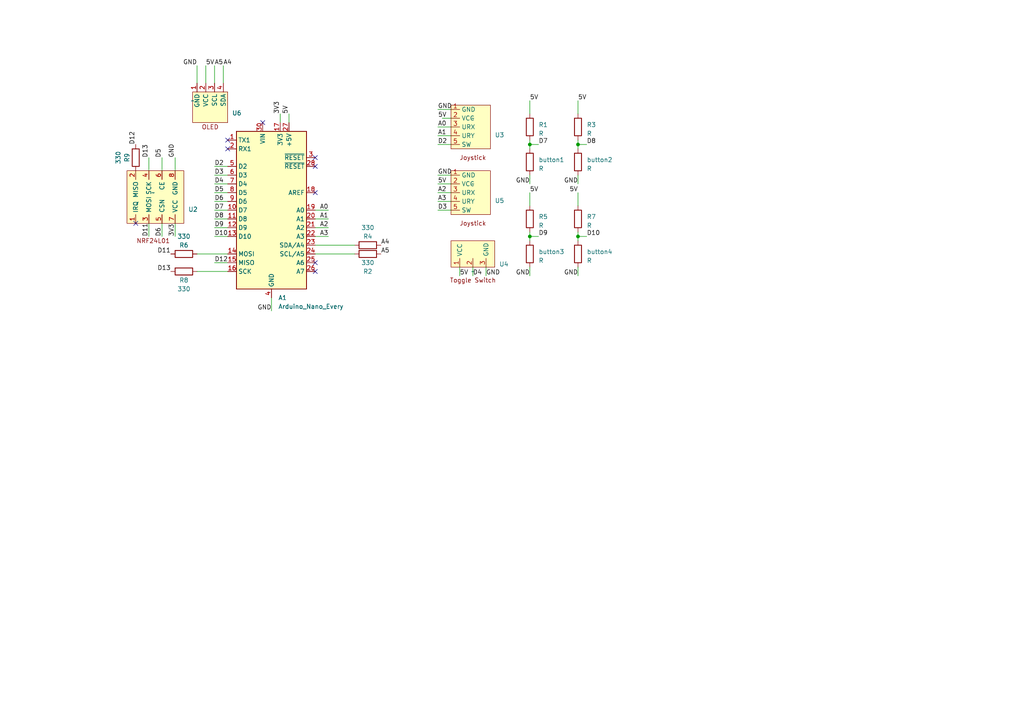
<source format=kicad_sch>
(kicad_sch (version 20230121) (generator eeschema)
  (paper "A4")
  (lib_symbols
    (symbol "Device:R" (pin_numbers hide) (pin_names (offset 0))
      (property "Reference" "R" (at 2.032 0 90))
      (property "Value" "R" (at 0 0 90))
      (symbol "R_0_1"
        (rectangle (start -1.016 -2.54) (end 1.016 2.54) (stroke (width 0.254)))
      )
      (symbol "R_1_1"
        (pin passive line (at 0 3.81 270) (length 1.27) (name "~") (number "1"))
        (pin passive line (at 0 -3.81 90) (length 1.27) (name "~") (number "2"))
      )
    )
    (symbol "Joystick:Joystick"
      (property "Reference" "U" (at -6.35 -10.16 0))
      (symbol "Joystick_1_1"
        (rectangle (start -6.35 3.81) (end 5.08 -8.89) (fill (type background)))
        (text "Joystick" (at 0 -11.43 0) (effects (font (size 1.27 1.27))))
        (pin power_in line (at -6.35 2.54 0) (length 2.54) (name "GND") (number "1"))
        (pin power_in line (at -6.35 0 0) (length 2.54) (name "VCC") (number "2"))
        (pin bidirectional line (at -6.35 -2.54 0) (length 2.54) (name "URX") (number "3"))
        (pin bidirectional line (at -6.35 -5.08 0) (length 2.54) (name "URY") (number "4"))
        (pin bidirectional line (at -6.35 -7.62 0) (length 2.54) (name "SW") (number "5"))
      )
    )
    (symbol "MCU_Module:Arduino_Nano_Every"
      (property "Reference" "A" (at -10.16 23.495 0))
      (property "Value" "Arduino_Nano_Every" (at 5.08 -24.13 0))
      (symbol "Arduino_Nano_Every_0_1"
        (rectangle (start -10.16 22.86) (end 10.16 -22.86) (stroke (width 0.254)) (fill (type background)))
      )
      (symbol "Arduino_Nano_Every_1_1"
        (pin bidirectional line (at -12.7 20.32 0) (length 2.54) (name "TX1") (number "1"))
        (pin bidirectional line (at -12.7 0 0) (length 2.54) (name "D7") (number "10"))
        (pin bidirectional line (at -12.7 -2.54 0) (length 2.54) (name "D8") (number "11"))
        (pin bidirectional line (at -12.7 -5.08 0) (length 2.54) (name "D9") (number "12"))
        (pin bidirectional line (at -12.7 -7.62 0) (length 2.54) (name "D10") (number "13"))
        (pin bidirectional line (at -12.7 -12.7 0) (length 2.54) (name "MOSI") (number "14"))
        (pin bidirectional line (at -12.7 -15.24 0) (length 2.54) (name "MISO") (number "15"))
        (pin bidirectional line (at -12.7 -17.78 0) (length 2.54) (name "SCK") (number "16"))
        (pin power_out line (at 2.54 25.4 270) (length 2.54) (name "3V3") (number "17"))
        (pin input line (at 12.7 5.08 180) (length 2.54) (name "AREF") (number "18"))
        (pin bidirectional line (at 12.7 0 180) (length 2.54) (name "A0") (number "19"))
        (pin bidirectional line (at -12.7 17.78 0) (length 2.54) (name "RX1") (number "2"))
        (pin bidirectional line (at 12.7 -2.54 180) (length 2.54) (name "A1") (number "20"))
        (pin bidirectional line (at 12.7 -5.08 180) (length 2.54) (name "A2") (number "21"))
        (pin bidirectional line (at 12.7 -7.62 180) (length 2.54) (name "A3") (number "22"))
        (pin bidirectional line (at 12.7 -10.16 180) (length 2.54) (name "SDA/A4") (number "23"))
        (pin bidirectional line (at 12.7 -12.7 180) (length 2.54) (name "SCL/A5") (number "24"))
        (pin bidirectional line (at 12.7 -15.24 180) (length 2.54) (name "A6") (number "25"))
        (pin bidirectional line (at 12.7 -17.78 180) (length 2.54) (name "A7") (number "26"))
        (pin power_out line (at 5.08 25.4 270) (length 2.54) (name "+5V") (number "27"))
        (pin input line (at 12.7 12.7 180) (length 2.54) (name "~{RESET}") (number "28"))
        (pin passive line (at 0 -25.4 90) (length 2.54) hide (name "GND") (number "29"))
        (pin input line (at 12.7 15.24 180) (length 2.54) (name "~{RESET}") (number "3"))
        (pin power_in line (at -2.54 25.4 270) (length 2.54) (name "VIN") (number "30"))
        (pin power_in line (at 0 -25.4 90) (length 2.54) (name "GND") (number "4"))
        (pin bidirectional line (at -12.7 12.7 0) (length 2.54) (name "D2") (number "5"))
        (pin bidirectional line (at -12.7 10.16 0) (length 2.54) (name "D3") (number "6"))
        (pin bidirectional line (at -12.7 7.62 0) (length 2.54) (name "D4") (number "7"))
        (pin bidirectional line (at -12.7 5.08 0) (length 2.54) (name "D5") (number "8"))
        (pin bidirectional line (at -12.7 2.54 0) (length 2.54) (name "D6") (number "9"))
      )
    )
    (symbol "Toggle Switch:Toggle_Switch"
      (property "Reference" "U" (at -6.35 0 0))
      (symbol "Toggle_Switch_1_1"
        (rectangle (start -6.35 8.89) (end 6.35 1.27) (fill (type background)))
        (text "Toggle Switch" (at 0 -2.54 0) (effects (font (size 1.27 1.27))))
        (pin bidirectional line (at -3.81 1.27 90) (length 2.54) (name "VCC") (number "1"))
        (pin bidirectional line (at 0 1.27 90) (length 2.54) (name "") (number "2"))
        (pin power_in line (at 3.81 1.27 90) (length 2.54) (name "GND") (number "3"))
      )
    )
    (symbol "nrf24l01:nrf24l01"
      (property "Reference" "U" (at -7.62 -10.16 0))
      (symbol "nrf24l01_1_1"
        (rectangle (start -7.62 6.35) (end 8.89 -8.89) (fill (type background)))
        (text "NRF24L01" (at 0 -13.97 0) (effects (font (size 1.27 1.27))))
        (pin bidirectional line (at -5.08 -8.89 90) (length 2.54) (name "IRQ") (number "1"))
        (pin bidirectional line (at -5.08 6.35 270) (length 2.54) (name "MISO") (number "2"))
        (pin bidirectional line (at -1.27 -8.89 90) (length 2.54) (name "MOSI") (number "3"))
        (pin bidirectional line (at -1.27 6.35 270) (length 2.54) (name "SCK") (number "4"))
        (pin bidirectional line (at 2.54 -8.89 90) (length 2.54) (name "CSN") (number "5"))
        (pin bidirectional line (at 2.54 6.35 270) (length 2.54) (name "CE") (number "6"))
        (pin power_in line (at 6.35 -8.89 90) (length 2.54) (name "VCC") (number "7"))
        (pin power_in line (at 6.35 6.35 270) (length 2.54) (name "GND") (number "8"))
      )
    )
    (symbol "oled_1"
      (property "Reference" "U" (at 0 3.81 0))
      (symbol "oled_1_1_1"
        (rectangle (start 0 2.54) (end 10.16 -6.35) (fill (type background)))
        (text "OLED" (at 5.08 -7.62 0) (effects (font (size 1.27 1.27))))
        (pin power_in line (at 1.27 5.08 270) (length 2.54) (name "GND") (number "1"))
        (pin power_in line (at 3.81 5.08 270) (length 2.54) (name "VCC") (number "2"))
        (pin bidirectional line (at 6.35 5.08 270) (length 2.54) (name "SCL") (number "3"))
        (pin bidirectional line (at 8.89 5.08 270) (length 2.54) (name "SDA") (number "4"))
      )
    )
  )
  (junction (at 167.64 68.58))
  (junction (at 167.64 41.91))
  (junction (at 153.67 41.91))
  (junction (at 153.67 68.58))
  (no_connect (at 91.44 55.88))
  (no_connect (at 91.44 78.74))
  (no_connect (at 91.44 76.2))
  (no_connect (at 91.44 45.72))
  (no_connect (at 91.44 48.26))
  (no_connect (at 66.04 40.64))
  (no_connect (at 39.37 64.77))
  (no_connect (at 66.04 43.18))
  (no_connect (at 76.2 35.56))
  (wire (pts (xy 62.23 68.58) (xy 66.04 68.58)))
  (wire (pts (xy 43.18 64.77) (xy 43.18 68.58)))
  (wire (pts (xy 91.44 63.5) (xy 95.25 63.5)))
  (wire (pts (xy 43.18 45.72) (xy 43.18 49.53)))
  (wire (pts (xy 127 53.34) (xy 130.81 53.34)))
  (wire (pts (xy 57.15 78.74) (xy 66.04 78.74)))
  (wire (pts (xy 153.67 50.8) (xy 153.67 53.34)))
  (wire (pts (xy 153.67 77.47) (xy 153.67 80.01)))
  (wire (pts (xy 167.64 29.21) (xy 167.64 33.02)))
  (wire (pts (xy 167.64 40.64) (xy 167.64 41.91)))
  (wire (pts (xy 167.64 67.31) (xy 167.64 68.58)))
  (wire (pts (xy 167.64 41.91) (xy 167.64 43.18)))
  (wire (pts (xy 167.64 41.91) (xy 170.18 41.91)))
  (wire (pts (xy 167.64 77.47) (xy 167.64 80.01)))
  (wire (pts (xy 127 60.96) (xy 130.81 60.96)))
  (wire (pts (xy 153.67 67.31) (xy 153.67 68.58)))
  (wire (pts (xy 127 58.42) (xy 130.81 58.42)))
  (wire (pts (xy 127 55.88) (xy 130.81 55.88)))
  (wire (pts (xy 128.27 34.29) (xy 130.81 34.29)))
  (wire (pts (xy 57.15 19.05) (xy 57.15 24.13)))
  (wire (pts (xy 62.23 53.34) (xy 66.04 53.34)))
  (wire (pts (xy 91.44 68.58) (xy 95.25 68.58)))
  (wire (pts (xy 127 39.37) (xy 130.81 39.37)))
  (wire (pts (xy 167.64 55.88) (xy 167.64 59.69)))
  (wire (pts (xy 153.67 41.91) (xy 153.67 43.18)))
  (wire (pts (xy 62.23 55.88) (xy 66.04 55.88)))
  (wire (pts (xy 153.67 29.21) (xy 153.67 33.02)))
  (wire (pts (xy 62.23 58.42) (xy 66.04 58.42)))
  (wire (pts (xy 140.97 77.47) (xy 140.97 80.01)))
  (wire (pts (xy 127 41.91) (xy 130.81 41.91)))
  (wire (pts (xy 62.23 63.5) (xy 66.04 63.5)))
  (wire (pts (xy 153.67 68.58) (xy 156.21 68.58)))
  (wire (pts (xy 91.44 73.66) (xy 102.87 73.66)))
  (wire (pts (xy 46.99 45.72) (xy 46.99 49.53)))
  (wire (pts (xy 91.44 66.04) (xy 95.25 66.04)))
  (wire (pts (xy 153.67 41.91) (xy 156.21 41.91)))
  (wire (pts (xy 127 50.8) (xy 130.81 50.8)))
  (wire (pts (xy 57.15 73.66) (xy 66.04 73.66)))
  (wire (pts (xy 81.28 33.02) (xy 81.28 35.56)))
  (wire (pts (xy 91.44 71.12) (xy 102.87 71.12)))
  (wire (pts (xy 91.44 60.96) (xy 95.25 60.96)))
  (wire (pts (xy 153.67 68.58) (xy 153.67 69.85)))
  (wire (pts (xy 50.8 45.72) (xy 50.8 49.53)))
  (wire (pts (xy 167.64 50.8) (xy 167.64 53.34)))
  (wire (pts (xy 83.82 33.02) (xy 83.82 35.56)))
  (wire (pts (xy 62.23 66.04) (xy 66.04 66.04)))
  (wire (pts (xy 64.77 19.05) (xy 64.77 24.13)))
  (wire (pts (xy 167.64 68.58) (xy 170.18 68.58)))
  (wire (pts (xy 137.16 77.47) (xy 137.16 80.01)))
  (wire (pts (xy 62.23 60.96) (xy 66.04 60.96)))
  (wire (pts (xy 62.23 19.05) (xy 62.23 24.13)))
  (wire (pts (xy 127 36.83) (xy 130.81 36.83)))
  (wire (pts (xy 46.99 64.77) (xy 46.99 68.58)))
  (wire (pts (xy 59.69 19.05) (xy 59.69 24.13)))
  (wire (pts (xy 133.35 77.47) (xy 133.35 80.01)))
  (wire (pts (xy 78.74 86.36) (xy 78.74 90.17)))
  (wire (pts (xy 153.67 55.88) (xy 153.67 59.69)))
  (wire (pts (xy 127 31.75) (xy 130.81 31.75)))
  (wire (pts (xy 167.64 68.58) (xy 167.64 69.85)))
  (wire (pts (xy 62.23 50.8) (xy 66.04 50.8)))
  (wire (pts (xy 50.8 64.77) (xy 50.8 68.58)))
  (wire (pts (xy 62.23 48.26) (xy 66.04 48.26)))
  (wire (pts (xy 62.23 76.2) (xy 66.04 76.2)))
  (wire (pts (xy 153.67 40.64) (xy 153.67 41.91)))
  (label "D6" (at 46.99 68.58 90))
  (label "D11" (at 43.18 68.58 90))
  (label "D12" (at 62.23 76.2 0))
  (label "D10" (at 170.18 68.58 0))
  (label "GND" (at 127 50.8 0))
  (label "D2" (at 127 41.91 0))
  (label "GND" (at 167.64 53.34 180))
  (label "D6" (at 62.23 58.42 0))
  (label "D2" (at 62.23 48.26 0))
  (label "D4" (at 62.23 53.34 0))
  (label "D8" (at 170.18 41.91 0))
  (label "5V" (at 167.64 29.21 0))
  (label "D5" (at 46.99 45.72 90))
  (label "GND" (at 127 31.75 0))
  (label "5V" (at 59.69 19.05 0))
  (label "D4" (at 137.16 80.01 0))
  (label "GND" (at 50.8 45.72 90))
  (label "A5" (at 62.23 19.05 0))
  (label "GND" (at 153.67 80.01 180))
  (label "GND" (at 78.74 90.17 180))
  (label "5V" (at 133.35 80.01 0))
  (label "D7" (at 156.21 41.91 0))
  (label "A5" (at 110.49 73.66 0))
  (label "5V" (at 167.64 55.88 180))
  (label "D7" (at 62.23 60.96 0))
  (label "D3" (at 127 60.96 0))
  (label "D13" (at 49.53 78.74 180))
  (label "D11" (at 49.53 73.66 180))
  (label "A1" (at 95.25 63.5 180))
  (label "D9" (at 156.21 68.58 0))
  (label "D9" (at 62.23 66.04 0))
  (label "A3" (at 95.25 68.58 180))
  (label "5V" (at 153.67 29.21 0))
  (label "D5" (at 62.23 55.88 0))
  (label "D3" (at 62.23 50.8 0))
  (label "GND" (at 57.15 19.05 180))
  (label "A2" (at 127 55.88 0))
  (label "5V" (at 129.54 34.29 180))
  (label "A2" (at 95.25 66.04 180))
  (label "D10" (at 62.23 68.58 0))
  (label "A1" (at 127 39.37 0))
  (label "GND" (at 140.97 80.01 0))
  (label "A3" (at 127 58.42 0))
  (label "D13" (at 43.18 45.72 90))
  (label "3V3" (at 81.28 33.02 90))
  (label "GND" (at 153.67 53.34 180))
  (label "5V" (at 127 53.34 0))
  (label "5V" (at 153.67 55.88 0))
  (label "A4" (at 110.49 71.12 0))
  (label "5V" (at 83.82 33.02 90))
  (label "A4" (at 64.77 19.05 0))
  (label "3V3" (at 50.8 68.58 90))
  (label "A0" (at 127 36.83 0))
  (label "A0" (at 95.25 60.96 180))
  (label "D8" (at 62.23 63.5 0))
  (label "GND" (at 167.64 80.01 180))
  (label "D12" (at 39.37 41.91 90))
  (symbol (lib_id "MCU_Module:Arduino_Nano_Every") (at 78.74 60.96 0) (unit 1)
    (property "Reference" "A1" (at 80.6959 86.36 0) (effects (justify left)))
    (property "Value" "Arduino_Nano_Every" (at 80.6959 88.9 0) (effects (justify left)))
    (property "Footprint" "Module:Arduino_Nano" (effects hide))
    (property "Datasheet" "https://content.arduino.cc/assets/NANOEveryV3.0_sch.pdf" (effects hide))
  )
  (symbol (lib_id "Toggle Switch:Toggle_Switch") (at 137.16 78.74 0) (unit 1)
    (property "Reference" "U4" (at 144.78 76.6167 0) (effects (justify left)))
    (property "Value" "~" (at 137.16 78.74 0))
    (property "Footprint" "Connector_PinHeader_2.54mm:PinHeader_1x03_P2.54mm_Vertical" (effects hide))
  )
  (symbol (lib_id "Device:R") (at 153.67 73.66 0) (unit 1)
    (property "Reference" "button3" (at 156.21 73.025 0) (effects (justify left)))
    (property "Value" "R" (at 156.21 75.565 0) (effects (justify left)))
    (property "Footprint" "Button_Switch_THT:SW_CW_GPTS203211B" (effects hide))
  )
  (symbol (lib_id "Joystick:Joystick") (at 137.16 53.34 0) (unit 1)
    (property "Reference" "U5" (at 143.51 58.2017 0) (effects (justify left)))
    (property "Value" "~" (at 137.16 53.34 0))
    (property "Footprint" "Connector_PinHeader_2.54mm:PinHeader_1x05_P2.54mm_Vertical" (effects hide))
  )
  (symbol (lib_id "Device:R") (at 106.68 73.66 270) (unit 1)
    (property "Reference" "R2" (at 106.68 78.74 90))
    (property "Value" "330" (at 106.68 76.2 90))
    (property "Footprint" "Resistor_SMD:R_1206_3216Metric_Pad1.30x1.75mm_HandSolder" (effects hide))
  )
  (symbol (lib_id "Device:R") (at 106.68 71.12 270) (unit 1)
    (property "Reference" "R4" (at 106.68 68.58 90))
    (property "Value" "330" (at 106.68 66.04 90))
    (property "Footprint" "Resistor_SMD:R_1206_3216Metric_Pad1.30x1.75mm_HandSolder" (effects hide))
  )
  (symbol (lib_id "Device:R") (at 153.67 46.99 0) (unit 1)
    (property "Reference" "button1" (at 156.21 46.355 0) (effects (justify left)))
    (property "Value" "R" (at 156.21 48.895 0) (effects (justify left)))
    (property "Footprint" "Button_Switch_THT:SW_CW_GPTS203211B" (effects hide))
  )
  (symbol (lib_id "Joystick:Joystick") (at 137.16 34.29 0) (unit 1)
    (property "Reference" "U3" (at 143.51 39.1517 0) (effects (justify left)))
    (property "Value" "~" (at 137.16 34.29 0))
    (property "Footprint" "Connector_PinHeader_2.54mm:PinHeader_1x05_P2.54mm_Vertical" (effects hide))
  )
  (symbol (lib_id "Device:R") (at 153.67 63.5 0) (unit 1)
    (property "Reference" "R5" (at 156.21 62.865 0) (effects (justify left)))
    (property "Value" "R" (at 156.21 65.405 0) (effects (justify left)))
    (property "Footprint" "Resistor_SMD:R_1206_3216Metric_Pad1.30x1.75mm_HandSolder" (effects hide))
  )
  (symbol (lib_id "Device:R") (at 167.64 63.5 0) (unit 1)
    (property "Reference" "R7" (at 170.18 62.865 0) (effects (justify left)))
    (property "Value" "R" (at 170.18 65.405 0) (effects (justify left)))
    (property "Footprint" "Resistor_SMD:R_1206_3216Metric_Pad1.30x1.75mm_HandSolder" (effects hide))
  )
  (symbol (lib_id "Device:R") (at 167.64 46.99 0) (unit 1)
    (property "Reference" "button2" (at 170.18 46.355 0) (effects (justify left)))
    (property "Value" "R" (at 170.18 48.895 0) (effects (justify left)))
    (property "Footprint" "Button_Switch_THT:SW_CW_GPTS203211B" (effects hide))
  )
  (symbol (lib_id "Device:R") (at 39.37 45.72 0) (unit 1)
    (property "Reference" "R9" (at 36.83 45.72 90))
    (property "Value" "330" (at 34.29 45.72 90))
    (property "Footprint" "Resistor_SMD:R_1206_3216Metric_Pad1.30x1.75mm_HandSolder" (effects hide))
  )
  (symbol (lib_id "Device:R") (at 153.67 36.83 0) (unit 1)
    (property "Reference" "R1" (at 156.21 36.195 0) (effects (justify left)))
    (property "Value" "R" (at 156.21 38.735 0) (effects (justify left)))
    (property "Footprint" "Resistor_SMD:R_1206_3216Metric_Pad1.30x1.75mm_HandSolder" (effects hide))
  )
  (symbol (lib_id "Device:R") (at 53.34 73.66 270) (unit 1)
    (property "Reference" "R6" (at 53.34 71.12 90))
    (property "Value" "330" (at 53.34 68.58 90))
    (property "Footprint" "Resistor_SMD:R_1206_3216Metric_Pad1.30x1.75mm_HandSolder" (effects hide))
  )
  (symbol (lib_id "Device:R") (at 53.34 78.74 90) (unit 1)
    (property "Reference" "R8" (at 53.34 81.28 90))
    (property "Value" "330" (at 53.34 83.82 90))
    (property "Footprint" "Resistor_SMD:R_1206_3216Metric_Pad1.30x1.75mm_HandSolder" (effects hide))
  )
  (symbol (lib_name "oled_1") (lib_id "oled:oled") (at 55.88 29.21 0) (unit 1)
    (property "Reference" "U6" (at 67.31 32.8017 0) (effects (justify left)))
    (property "Value" "~" (at 55.88 29.21 0))
    (property "Footprint" "Connector_PinHeader_2.54mm:PinHeader_1x04_P2.54mm_Vertical" (effects hide))
  )
  (symbol (lib_id "Device:R") (at 167.64 73.66 0) (unit 1)
    (property "Reference" "button4" (at 170.18 73.025 0) (effects (justify left)))
    (property "Value" "R" (at 170.18 75.565 0) (effects (justify left)))
    (property "Footprint" "Button_Switch_THT:SW_CW_GPTS203211B" (effects hide))
  )
  (symbol (lib_id "Device:R") (at 167.64 36.83 0) (unit 1)
    (property "Reference" "R3" (at 170.18 36.195 0) (effects (justify left)))
    (property "Value" "R" (at 170.18 38.735 0) (effects (justify left)))
    (property "Footprint" "Resistor_SMD:R_1206_3216Metric_Pad1.30x1.75mm_HandSolder" (effects hide))
  )
  (symbol (lib_id "nrf24l01:nrf24l01") (at 44.45 55.88 0) (unit 1)
    (property "Reference" "U2" (at 54.61 60.7417 0) (effects (justify left)))
    (property "Value" "~" (at 44.45 55.88 0))
    (property "Footprint" "Connector_PinHeader_2.54mm:PinHeader_2x04_P2.54mm_Vertical" (effects hide))
  )
)
</source>
